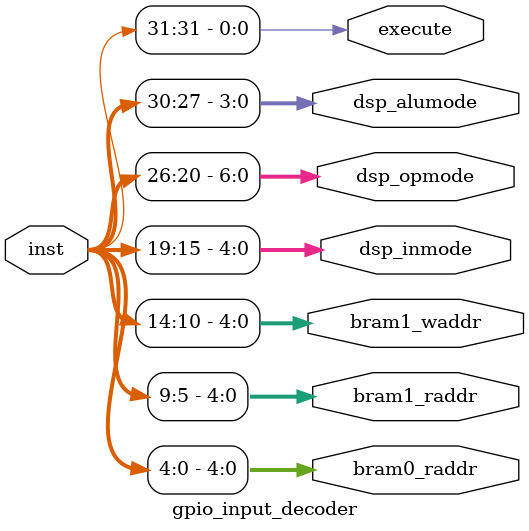
<source format=v>
module gpio_input_decoder(
	input [31:0] inst,
	output [4:0] bram0_raddr,
	output [4:0] bram1_raddr,
	output [4:0] bram1_waddr,
	output [4:0] dsp_inmode,
	output [6:0] dsp_opmode,
	output [3:0] dsp_alumode,
	output execute
);

	assign bram0_raddr = inst[4:0];
	assign bram1_raddr = inst[9:5];
	assign bram1_waddr = inst[14:10];
	assign dsp_inmode  = inst[19:15];
	assign dsp_opmode  = inst[26:20];
	assign dsp_alumode = inst[30:27];
	assign execute     = inst[31];

endmodule
</source>
